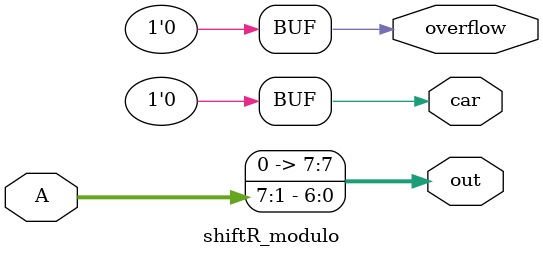
<source format=sv>
module shiftR_modulo #(parameter n = 8) (input logic[n-1:0] A, 
												  output logic [n-1:0] out,
												  output bit overflow,
												  output bit car);
	assign car = 0;
	assign overflow = 0;
	always_comb  begin
		out = A >> 1;
	end
endmodule

</source>
